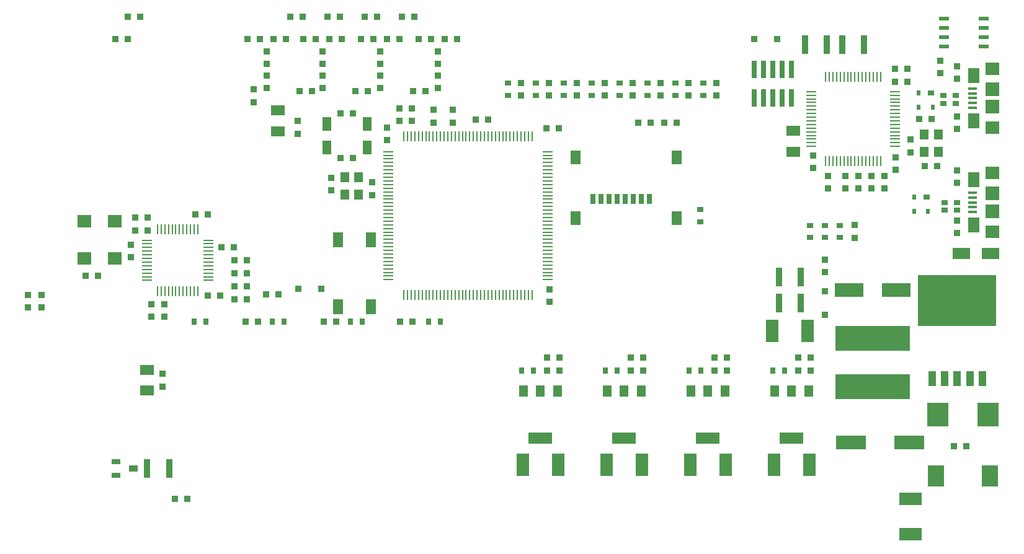
<source format=gtp>
G04 (created by PCBNEW (2013-jul-07)-stable) date miÃ© 17 sep 2014 11:04:25 ART*
%MOIN*%
G04 Gerber Fmt 3.4, Leading zero omitted, Abs format*
%FSLAX34Y34*%
G01*
G70*
G90*
G04 APERTURE LIST*
%ADD10C,0.00590551*%
%ADD11R,0.0374X0.0334*%
%ADD12R,0.0452441X0.0531181*%
%ADD13R,0.127921X0.0609921*%
%ADD14R,0.0452441X0.0609921*%
%ADD15R,0.0680787X0.122016*%
%ADD16R,0.0334X0.0374*%
%ADD17R,0.0294961X0.0373701*%
%ADD18R,0.0964252X0.0649291*%
%ADD19R,0.122016X0.0680787*%
%ADD20R,0.0373701X0.0294961*%
%ADD21R,0.0531181X0.009*%
%ADD22R,0.009X0.0531181*%
%ADD23R,0.0531181X0.00823622*%
%ADD24R,0.00823622X0.0531181*%
%ADD25R,0.0531181X0.0806772*%
%ADD26R,0.033X0.029*%
%ADD27R,0.0452441X0.0294961*%
%ADD28R,0.0452441X0.0373701*%
%ADD29R,0.0357953X0.0275276*%
%ADD30R,0.0192598X0.0275276*%
%ADD31R,0.0578425X0.021622*%
%ADD32R,0.0334331X0.0354016*%
%ADD33R,0.0354016X0.0334331*%
%ADD34R,0.0373701X0.100362*%
%ADD35R,0.0275276X0.0924882*%
%ADD36R,0.0271339X0.0924882*%
%ADD37R,0.0550866X0.0767402*%
%ADD38R,0.0294961X0.0570551*%
%ADD39R,0.088X0.118*%
%ADD40R,0.00981102X0.0570551*%
%ADD41R,0.0570551X0.00981102*%
%ADD42R,0.04X0.0834331*%
%ADD43R,0.423X0.273*%
%ADD44R,0.4X0.136*%
%ADD45R,0.0767402X0.0688661*%
%ADD46R,0.112173X0.127921*%
%ADD47R,0.15548X0.0767402*%
%ADD48R,0.159417X0.0767402*%
%ADD49R,0.078X0.058*%
%ADD50R,0.0491811X0.0728031*%
%ADD51R,0.0511496X0.013748*%
%ADD52R,0.0609921X0.0806772*%
%ADD53R,0.0728031X0.0688661*%
%ADD54R,0.0728031X0.0728031*%
G04 APERTURE END LIST*
G54D10*
G54D11*
X60800Y-23084D03*
X60800Y-22415D03*
G54D12*
X62274Y-23072D03*
X62274Y-22127D03*
X61525Y-23072D03*
X61525Y-22127D03*
X30375Y-24427D03*
X30375Y-25372D03*
X31124Y-24427D03*
X31124Y-25372D03*
G54D11*
X62400Y-18165D03*
X62400Y-18834D03*
G54D13*
X54400Y-38459D03*
G54D14*
X54400Y-35940D03*
X53494Y-35940D03*
X55305Y-35940D03*
G54D13*
X49900Y-38459D03*
G54D14*
X49900Y-35940D03*
X48994Y-35940D03*
X50805Y-35940D03*
G54D13*
X45400Y-38459D03*
G54D14*
X45400Y-35940D03*
X44494Y-35940D03*
X46305Y-35940D03*
G54D13*
X40900Y-38459D03*
G54D14*
X40900Y-35940D03*
X39994Y-35940D03*
X41805Y-35940D03*
G54D15*
X53449Y-39900D03*
X55350Y-39900D03*
X48949Y-39900D03*
X50850Y-39900D03*
X46350Y-39900D03*
X44449Y-39900D03*
X41850Y-39900D03*
X39949Y-39900D03*
G54D16*
X55434Y-34150D03*
X54765Y-34150D03*
X50934Y-34150D03*
X50265Y-34150D03*
X46434Y-34150D03*
X45765Y-34150D03*
X41934Y-34150D03*
X41265Y-34150D03*
G54D17*
X49524Y-34850D03*
X48875Y-34850D03*
X40524Y-34850D03*
X39875Y-34850D03*
X26475Y-32200D03*
X27124Y-32200D03*
X30675Y-32200D03*
X31324Y-32200D03*
X34875Y-32200D03*
X35524Y-32200D03*
G54D18*
X63512Y-28550D03*
X65087Y-28550D03*
G54D19*
X60800Y-43650D03*
X60800Y-41749D03*
G54D20*
X42150Y-20024D03*
X42150Y-19375D03*
X40650Y-20024D03*
X40650Y-19375D03*
X43650Y-20024D03*
X43650Y-19375D03*
X39150Y-20024D03*
X39150Y-19375D03*
X49650Y-20024D03*
X49650Y-19375D03*
X48150Y-20024D03*
X48150Y-19375D03*
X46650Y-20024D03*
X46650Y-19375D03*
X45150Y-20024D03*
X45150Y-19375D03*
X56200Y-27674D03*
X56200Y-27025D03*
X55400Y-27674D03*
X55400Y-27025D03*
G54D16*
X63115Y-38900D03*
X63784Y-38900D03*
G54D21*
X59963Y-21201D03*
X59963Y-21004D03*
X59963Y-20807D03*
X59963Y-20611D03*
X59963Y-20414D03*
X59963Y-20217D03*
X59963Y-20020D03*
X59963Y-19823D03*
X59963Y-22776D03*
X59963Y-22579D03*
X59963Y-22382D03*
X59963Y-22185D03*
X59963Y-21988D03*
X59963Y-21792D03*
X59963Y-21595D03*
X59963Y-21398D03*
X55436Y-19823D03*
X55436Y-20020D03*
X55436Y-20217D03*
X55436Y-20414D03*
X55436Y-20611D03*
X55436Y-20807D03*
X55436Y-21004D03*
X55436Y-21201D03*
X55436Y-21398D03*
X55436Y-21595D03*
X55436Y-21792D03*
X55436Y-21988D03*
X55436Y-22185D03*
X55436Y-22382D03*
X55436Y-22579D03*
X55436Y-22776D03*
G54D22*
X56223Y-23563D03*
X56420Y-23563D03*
X56617Y-23563D03*
X56814Y-23563D03*
X57011Y-23563D03*
X57207Y-23563D03*
X57404Y-23563D03*
X57601Y-23563D03*
X57798Y-23563D03*
X57995Y-23563D03*
X58192Y-23563D03*
X58388Y-23563D03*
X58585Y-23563D03*
X58782Y-23563D03*
X58979Y-23563D03*
X59176Y-23563D03*
X59176Y-19036D03*
X58979Y-19036D03*
X58782Y-19036D03*
X58585Y-19036D03*
X58388Y-19036D03*
X58192Y-19036D03*
X57995Y-19036D03*
X57798Y-19036D03*
X57601Y-19036D03*
X57404Y-19036D03*
X57207Y-19036D03*
X57011Y-19036D03*
X56814Y-19036D03*
X56617Y-19036D03*
X56420Y-19036D03*
X56223Y-19036D03*
G54D23*
X19746Y-27817D03*
X19746Y-28014D03*
X19746Y-28211D03*
X19746Y-28407D03*
X19746Y-28604D03*
X19746Y-28801D03*
X19746Y-28998D03*
X19746Y-29195D03*
X19746Y-29392D03*
X19746Y-29588D03*
X19746Y-29785D03*
X19746Y-29982D03*
G54D24*
X20317Y-30553D03*
X20514Y-30553D03*
X20711Y-30553D03*
X20907Y-30553D03*
X21104Y-30553D03*
X21301Y-30553D03*
X21498Y-30553D03*
X21695Y-30553D03*
X21892Y-30553D03*
X22088Y-30553D03*
X22285Y-30553D03*
X22482Y-30553D03*
G54D23*
X23053Y-29982D03*
X23053Y-29785D03*
X23053Y-29588D03*
X23053Y-29392D03*
X23053Y-29195D03*
X23053Y-28998D03*
X23053Y-28801D03*
X23053Y-28604D03*
X23053Y-28407D03*
X23053Y-28211D03*
X23053Y-28014D03*
X23053Y-27817D03*
G54D24*
X22482Y-27246D03*
X22285Y-27246D03*
X22088Y-27246D03*
X21892Y-27246D03*
X21695Y-27246D03*
X21498Y-27246D03*
X21301Y-27246D03*
X21104Y-27246D03*
X20907Y-27246D03*
X20711Y-27246D03*
X20514Y-27246D03*
X20317Y-27246D03*
G54D25*
X31785Y-27808D03*
X31785Y-31391D03*
X30014Y-27808D03*
X30014Y-31391D03*
G54D26*
X63235Y-20040D03*
X63235Y-20460D03*
X62565Y-20040D03*
X62565Y-20460D03*
X63285Y-25790D03*
X63285Y-26210D03*
X62615Y-25790D03*
X62615Y-26210D03*
G54D27*
X18077Y-39725D03*
G54D28*
X19022Y-40100D03*
G54D27*
X18077Y-40474D03*
G54D29*
X61899Y-19916D03*
G54D30*
X61222Y-20683D03*
X61222Y-19916D03*
X61977Y-20683D03*
G54D29*
X61649Y-25516D03*
G54D30*
X60972Y-26283D03*
X60972Y-25516D03*
X61727Y-26283D03*
G54D31*
X64712Y-17400D03*
X64712Y-16900D03*
X64712Y-16400D03*
X64712Y-15900D03*
X62587Y-15900D03*
X62587Y-16400D03*
X62587Y-16900D03*
X62587Y-17400D03*
G54D32*
X52379Y-17000D03*
X53620Y-17000D03*
X29120Y-30450D03*
X27879Y-30450D03*
G54D33*
X56200Y-31820D03*
X56200Y-30579D03*
G54D11*
X42850Y-20034D03*
X42850Y-19365D03*
X48850Y-20034D03*
X48850Y-19365D03*
X44350Y-20034D03*
X44350Y-19365D03*
X45850Y-20034D03*
X45850Y-19365D03*
X47350Y-20034D03*
X47350Y-19365D03*
X50350Y-20034D03*
X50350Y-19365D03*
G54D16*
X60634Y-18600D03*
X59965Y-18600D03*
G54D11*
X41350Y-20034D03*
X41350Y-19365D03*
G54D16*
X61265Y-21300D03*
X61934Y-21300D03*
G54D11*
X57800Y-27015D03*
X57800Y-27684D03*
X58000Y-25034D03*
X58000Y-24365D03*
G54D16*
X26565Y-17000D03*
X27234Y-17000D03*
X29565Y-17000D03*
X30234Y-17000D03*
X34734Y-19800D03*
X34065Y-19800D03*
X34034Y-32200D03*
X33365Y-32200D03*
G54D11*
X35400Y-18965D03*
X35400Y-19634D03*
G54D16*
X41265Y-34850D03*
X41934Y-34850D03*
X45765Y-34850D03*
X46434Y-34850D03*
G54D11*
X57300Y-25034D03*
X57300Y-24365D03*
X26200Y-17665D03*
X26200Y-18334D03*
X26200Y-18965D03*
X26200Y-19634D03*
X25500Y-19715D03*
X25500Y-20384D03*
X35400Y-17665D03*
X35400Y-18334D03*
X29200Y-17665D03*
X29200Y-18334D03*
X29200Y-18965D03*
X29200Y-19634D03*
G54D16*
X28634Y-19800D03*
X27965Y-19800D03*
G54D11*
X32300Y-17665D03*
X32300Y-18334D03*
X32300Y-18965D03*
X32300Y-19634D03*
G54D16*
X31634Y-19800D03*
X30965Y-19800D03*
X54765Y-34850D03*
X55434Y-34850D03*
X50265Y-34850D03*
X50934Y-34850D03*
X35765Y-17000D03*
X36434Y-17000D03*
X25734Y-32200D03*
X25065Y-32200D03*
G54D11*
X59400Y-24365D03*
X59400Y-25034D03*
G54D16*
X32665Y-17000D03*
X33334Y-17000D03*
X29934Y-32200D03*
X29265Y-32200D03*
G54D11*
X58700Y-24365D03*
X58700Y-25034D03*
X56200Y-28865D03*
X56200Y-29534D03*
G54D16*
X26830Y-30748D03*
X26161Y-30748D03*
G54D11*
X39850Y-20034D03*
X39850Y-19365D03*
G54D16*
X47565Y-21500D03*
X48234Y-21500D03*
G54D11*
X31850Y-25384D03*
X31850Y-24715D03*
G54D16*
X46165Y-21500D03*
X46834Y-21500D03*
X41884Y-21800D03*
X41215Y-21800D03*
G54D11*
X13350Y-31434D03*
X13350Y-30765D03*
G54D16*
X24465Y-30300D03*
X25134Y-30300D03*
X23034Y-26450D03*
X22365Y-26450D03*
G54D11*
X20000Y-31934D03*
X20000Y-31265D03*
G54D16*
X24465Y-29600D03*
X25134Y-29600D03*
X24465Y-28900D03*
X25134Y-28900D03*
X24465Y-31000D03*
X25134Y-31000D03*
G54D11*
X14100Y-31434D03*
X14100Y-30765D03*
G54D15*
X53349Y-32700D03*
X55250Y-32700D03*
G54D34*
X54890Y-31200D03*
X53709Y-31200D03*
X53709Y-29800D03*
X54890Y-29800D03*
X19759Y-40100D03*
X20940Y-40100D03*
X55109Y-17300D03*
X56290Y-17300D03*
X58290Y-17300D03*
X57109Y-17300D03*
G54D35*
X52400Y-20167D03*
G54D36*
X52400Y-18632D03*
G54D35*
X52900Y-20167D03*
G54D36*
X52900Y-18632D03*
X53400Y-20167D03*
X53400Y-18632D03*
X53900Y-20167D03*
G54D35*
X53900Y-18632D03*
X54400Y-20167D03*
G54D36*
X54400Y-18632D03*
G54D37*
X42783Y-26633D03*
X48216Y-26633D03*
X42783Y-23366D03*
X48216Y-23366D03*
G54D38*
X43728Y-25610D03*
X44161Y-25610D03*
X44594Y-25610D03*
X45027Y-25610D03*
X45460Y-25610D03*
X45893Y-25610D03*
X46326Y-25610D03*
X46759Y-25610D03*
G54D39*
X65050Y-40500D03*
X62150Y-40500D03*
G54D40*
X38870Y-22228D03*
X39066Y-22228D03*
X38673Y-22228D03*
X39263Y-22228D03*
X39460Y-22228D03*
X39657Y-22228D03*
X39854Y-22228D03*
X40051Y-22228D03*
X38476Y-22228D03*
X38279Y-22228D03*
X38082Y-22228D03*
X37885Y-22228D03*
X34933Y-30771D03*
X35129Y-30771D03*
X34736Y-30771D03*
X34539Y-30771D03*
X34342Y-30771D03*
X34145Y-30771D03*
X33948Y-30771D03*
X35326Y-30771D03*
X35523Y-30771D03*
X35720Y-30771D03*
X35917Y-30771D03*
X36114Y-30771D03*
G54D41*
X41271Y-24629D03*
X41271Y-24826D03*
X41271Y-25023D03*
X41271Y-25220D03*
X41271Y-25417D03*
X41271Y-25614D03*
X41271Y-24433D03*
X41271Y-24236D03*
X41271Y-24039D03*
X41271Y-23842D03*
X41271Y-23645D03*
X41271Y-23448D03*
X32728Y-26795D03*
X32728Y-26992D03*
X32728Y-27188D03*
X32728Y-27385D03*
X32728Y-27582D03*
X32728Y-27779D03*
X32728Y-26598D03*
X32728Y-26401D03*
X32728Y-26204D03*
X32728Y-26007D03*
X32728Y-25811D03*
X32728Y-25614D03*
X41271Y-25811D03*
X41271Y-26007D03*
X41271Y-23251D03*
X41271Y-23055D03*
X32728Y-27976D03*
X32728Y-25417D03*
X32728Y-28173D03*
X32728Y-25220D03*
G54D40*
X37688Y-22228D03*
X37492Y-22228D03*
X40248Y-22228D03*
X40444Y-22228D03*
X36311Y-30771D03*
X36507Y-30771D03*
X33751Y-30771D03*
X33555Y-30771D03*
G54D41*
X41271Y-26204D03*
X41271Y-26401D03*
X41271Y-26598D03*
X41271Y-26795D03*
X41271Y-26992D03*
X41271Y-27188D03*
X41271Y-27385D03*
X41271Y-27582D03*
X41271Y-27779D03*
X32728Y-28370D03*
X32728Y-28566D03*
X32728Y-28763D03*
X32728Y-28960D03*
X32728Y-29157D03*
X32728Y-29354D03*
X32728Y-29551D03*
X32728Y-29748D03*
X32728Y-29944D03*
G54D40*
X36704Y-30771D03*
X36901Y-30771D03*
X37098Y-30771D03*
X37295Y-30771D03*
X37492Y-30771D03*
X37688Y-30771D03*
X37885Y-30771D03*
X38082Y-30771D03*
X38279Y-30771D03*
X37295Y-22228D03*
X37098Y-22228D03*
X36901Y-22228D03*
X36704Y-22228D03*
X36507Y-22228D03*
X36311Y-22228D03*
X36114Y-22228D03*
X35917Y-22228D03*
X35720Y-22228D03*
X35523Y-22228D03*
X35326Y-22228D03*
X35129Y-22228D03*
X34933Y-22228D03*
X34736Y-22228D03*
X34539Y-22228D03*
X34342Y-22228D03*
X34145Y-22228D03*
X33948Y-22228D03*
X33751Y-22228D03*
X33555Y-22228D03*
X38476Y-30771D03*
X38673Y-30771D03*
X38870Y-30771D03*
X39066Y-30771D03*
X39263Y-30771D03*
X39460Y-30771D03*
X39657Y-30771D03*
X39854Y-30771D03*
X40051Y-30771D03*
X40248Y-30771D03*
X40444Y-30771D03*
G54D41*
X41271Y-27976D03*
X41271Y-28173D03*
X41271Y-28370D03*
X41271Y-28566D03*
X41271Y-28763D03*
X41271Y-28960D03*
X41271Y-29157D03*
X41271Y-29354D03*
X41271Y-29551D03*
X41271Y-29748D03*
X41271Y-29944D03*
X32728Y-25023D03*
X32728Y-24826D03*
X32728Y-24629D03*
X32728Y-24433D03*
X32728Y-24236D03*
X32728Y-24039D03*
X32728Y-23842D03*
X32728Y-23645D03*
X32728Y-23448D03*
X32728Y-23251D03*
X32728Y-23055D03*
G54D42*
X63300Y-35275D03*
X63970Y-35275D03*
X64640Y-35275D03*
X62630Y-35275D03*
X61960Y-35275D03*
G54D43*
X63300Y-31075D03*
G54D17*
X45024Y-34850D03*
X44375Y-34850D03*
G54D20*
X49500Y-26175D03*
X49500Y-26824D03*
X57000Y-27674D03*
X57000Y-27025D03*
G54D17*
X54024Y-34850D03*
X53375Y-34850D03*
X22275Y-32200D03*
X22924Y-32200D03*
G54D44*
X58750Y-35700D03*
X58750Y-33100D03*
G54D45*
X18026Y-28800D03*
X18026Y-26800D03*
X16373Y-26800D03*
X16373Y-28800D03*
G54D16*
X30134Y-15800D03*
X29465Y-15800D03*
X32134Y-15800D03*
X31465Y-15800D03*
X33984Y-21400D03*
X33315Y-21400D03*
G54D11*
X63300Y-24734D03*
X63300Y-24065D03*
X63300Y-27434D03*
X63300Y-26765D03*
G54D16*
X33465Y-15800D03*
X34134Y-15800D03*
G54D11*
X35150Y-21484D03*
X35150Y-20815D03*
X63300Y-19134D03*
X63300Y-18465D03*
X20600Y-35684D03*
X20600Y-35015D03*
G54D16*
X28134Y-15800D03*
X27465Y-15800D03*
G54D11*
X63300Y-21165D03*
X63300Y-21834D03*
G54D46*
X64958Y-37200D03*
X62241Y-37200D03*
G54D47*
X57470Y-30500D03*
X60029Y-30500D03*
G54D48*
X60724Y-38700D03*
X57575Y-38700D03*
G54D49*
X19750Y-35901D03*
X19750Y-34798D03*
X26800Y-20848D03*
X26800Y-21951D03*
X54500Y-23051D03*
X54500Y-21948D03*
G54D16*
X21934Y-41750D03*
X21265Y-41750D03*
G54D11*
X32650Y-22434D03*
X32650Y-21765D03*
G54D16*
X59965Y-19300D03*
X60634Y-19300D03*
G54D11*
X55550Y-23265D03*
X55550Y-23934D03*
X56350Y-24365D03*
X56350Y-25034D03*
X41400Y-31134D03*
X41400Y-30465D03*
G54D16*
X61565Y-23850D03*
X62234Y-23850D03*
G54D11*
X60000Y-23365D03*
X60000Y-24034D03*
G54D16*
X30834Y-23400D03*
X30165Y-23400D03*
X38084Y-21350D03*
X37415Y-21350D03*
X33315Y-20750D03*
X33984Y-20750D03*
G54D11*
X36200Y-21484D03*
X36200Y-20815D03*
X29650Y-24465D03*
X29650Y-25134D03*
G54D16*
X25165Y-17000D03*
X25834Y-17000D03*
G54D11*
X27850Y-22084D03*
X27850Y-21415D03*
G54D16*
X18734Y-17000D03*
X18065Y-17000D03*
X18715Y-15800D03*
X19384Y-15800D03*
X19784Y-26600D03*
X19115Y-26600D03*
X30834Y-21000D03*
X30165Y-21000D03*
X16465Y-29750D03*
X17134Y-29750D03*
X19784Y-27300D03*
X19115Y-27300D03*
X23765Y-28200D03*
X24434Y-28200D03*
G54D11*
X18900Y-28734D03*
X18900Y-28065D03*
G54D16*
X34365Y-17000D03*
X35034Y-17000D03*
X31265Y-17000D03*
X31934Y-17000D03*
X28165Y-17000D03*
X28834Y-17000D03*
G54D11*
X20700Y-31265D03*
X20700Y-31934D03*
G54D16*
X23684Y-30800D03*
X23015Y-30800D03*
G54D50*
X31582Y-21570D03*
X29417Y-21570D03*
X29417Y-22829D03*
X31582Y-22829D03*
G54D51*
X64124Y-20177D03*
X64124Y-20433D03*
X64124Y-19921D03*
X64124Y-20688D03*
X64124Y-19665D03*
G54D52*
X64173Y-21397D03*
X64173Y-18956D03*
G54D53*
X65177Y-21751D03*
X65177Y-18602D03*
G54D54*
X65177Y-20649D03*
X65177Y-19704D03*
G54D51*
X64124Y-25787D03*
X64124Y-26043D03*
X64124Y-25531D03*
X64124Y-26299D03*
X64124Y-25275D03*
G54D52*
X64173Y-27007D03*
X64173Y-24566D03*
G54D53*
X65177Y-27362D03*
X65177Y-24212D03*
G54D54*
X65177Y-26259D03*
X65177Y-25314D03*
M02*

</source>
